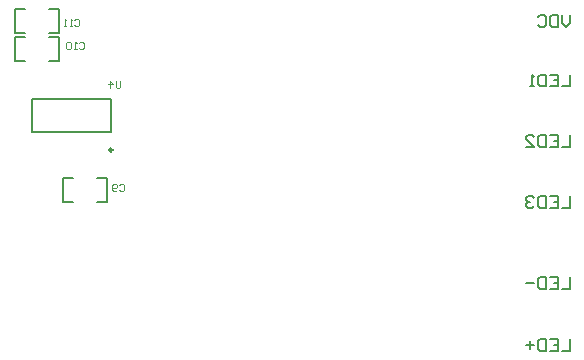
<source format=gbo>
G04 Layer_Color=32896*
%FSLAX44Y44*%
%MOMM*%
G71*
G01*
G75*
%ADD43C,0.1000*%
%ADD44C,0.2000*%
%ADD45C,0.1270*%
%ADD46C,0.1778*%
%ADD77C,0.2500*%
D43*
X536513Y-41484D02*
X537513Y-40484D01*
X539512D01*
X540512Y-41484D01*
Y-45482D01*
X539512Y-46482D01*
X537513D01*
X536513Y-45482D01*
X534514Y-46482D02*
X532515D01*
X533514D01*
Y-40484D01*
X534514Y-41484D01*
X529516Y-46482D02*
X527516D01*
X528516D01*
Y-40484D01*
X529516Y-41484D01*
X574613Y-181438D02*
X575613Y-180438D01*
X577612D01*
X578612Y-181438D01*
Y-185436D01*
X577612Y-186436D01*
X575613D01*
X574613Y-185436D01*
X572614D02*
X571614Y-186436D01*
X569615D01*
X568615Y-185436D01*
Y-181438D01*
X569615Y-180438D01*
X571614D01*
X572614Y-181438D01*
Y-182437D01*
X571614Y-183437D01*
X568615D01*
X540323Y-60788D02*
X541323Y-59788D01*
X543322D01*
X544322Y-60788D01*
Y-64786D01*
X543322Y-65786D01*
X541323D01*
X540323Y-64786D01*
X538324Y-65786D02*
X536325D01*
X537324D01*
Y-59788D01*
X538324Y-60788D01*
X533326D02*
X532326Y-59788D01*
X530326D01*
X529327Y-60788D01*
Y-64786D01*
X530326Y-65786D01*
X532326D01*
X533326Y-64786D01*
Y-60788D01*
X575310Y-92764D02*
Y-97762D01*
X574310Y-98762D01*
X572311D01*
X571311Y-97762D01*
Y-92764D01*
X566313Y-98762D02*
Y-92764D01*
X569312Y-95763D01*
X565313D01*
D44*
X500408Y-136384D02*
X567408D01*
X500408Y-108384D02*
X567408D01*
Y-136384D02*
Y-108384D01*
X500408Y-136384D02*
Y-108384D01*
D45*
X955802Y-259243D02*
Y-269240D01*
X949137D01*
X939141Y-259243D02*
X945805D01*
Y-269240D01*
X939141D01*
X945805Y-264242D02*
X942473D01*
X935808Y-259243D02*
Y-269240D01*
X930810D01*
X929144Y-267574D01*
Y-260909D01*
X930810Y-259243D01*
X935808D01*
X925812Y-264242D02*
X919147D01*
X955802Y-311313D02*
Y-321310D01*
X949137D01*
X939141Y-311313D02*
X945805D01*
Y-321310D01*
X939141D01*
X945805Y-316312D02*
X942473D01*
X935808Y-311313D02*
Y-321310D01*
X930810D01*
X929144Y-319644D01*
Y-312979D01*
X930810Y-311313D01*
X935808D01*
X925812Y-316312D02*
X919147D01*
X922479Y-312979D02*
Y-319644D01*
X955802Y-190409D02*
Y-200406D01*
X949137D01*
X939141Y-190409D02*
X945805D01*
Y-200406D01*
X939141D01*
X945805Y-195408D02*
X942473D01*
X935808Y-190409D02*
Y-200406D01*
X930810D01*
X929144Y-198740D01*
Y-192075D01*
X930810Y-190409D01*
X935808D01*
X925812Y-192075D02*
X924146Y-190409D01*
X920813D01*
X919147Y-192075D01*
Y-193741D01*
X920813Y-195408D01*
X922479D01*
X920813D01*
X919147Y-197074D01*
Y-198740D01*
X920813Y-200406D01*
X924146D01*
X925812Y-198740D01*
X955802Y-138847D02*
Y-148844D01*
X949137D01*
X939141Y-138847D02*
X945805D01*
Y-148844D01*
X939141D01*
X945805Y-143846D02*
X942473D01*
X935808Y-138847D02*
Y-148844D01*
X930810D01*
X929144Y-147178D01*
Y-140513D01*
X930810Y-138847D01*
X935808D01*
X919147Y-148844D02*
X925812D01*
X919147Y-142179D01*
Y-140513D01*
X920813Y-138847D01*
X924146D01*
X925812Y-140513D01*
X955802Y-87539D02*
Y-97536D01*
X949137D01*
X939141Y-87539D02*
X945805D01*
Y-97536D01*
X939141D01*
X945805Y-92538D02*
X942473D01*
X935808Y-87539D02*
Y-97536D01*
X930810D01*
X929144Y-95870D01*
Y-89205D01*
X930810Y-87539D01*
X935808D01*
X925812Y-97536D02*
X922479D01*
X924146D01*
Y-87539D01*
X925812Y-89205D01*
X955802Y-37501D02*
Y-44166D01*
X952470Y-47498D01*
X949137Y-44166D01*
Y-37501D01*
X945805D02*
Y-47498D01*
X940807D01*
X939141Y-45832D01*
Y-39167D01*
X940807Y-37501D01*
X945805D01*
X929144Y-39167D02*
X930810Y-37501D01*
X934142D01*
X935808Y-39167D01*
Y-45832D01*
X934142Y-47498D01*
X930810D01*
X929144Y-45832D01*
D46*
X486156Y-52578D02*
X494792D01*
X486156D02*
Y-42418D01*
Y-32258D01*
X494792D01*
X515112D02*
X523748D01*
Y-42418D02*
Y-32258D01*
Y-52578D02*
Y-42418D01*
X515112Y-52578D02*
X523748D01*
X526796Y-195072D02*
X535432D01*
X526796D02*
Y-184912D01*
Y-174752D01*
X535432D01*
X555752D02*
X564388D01*
Y-184912D02*
Y-174752D01*
Y-195072D02*
Y-184912D01*
X555752Y-195072D02*
X564388D01*
X486156Y-75946D02*
X494792D01*
X486156D02*
Y-65786D01*
Y-55626D01*
X494792D01*
X515112D02*
X523748D01*
Y-65786D02*
Y-55626D01*
Y-75946D02*
Y-65786D01*
X515112Y-75946D02*
X523748D01*
D77*
X568658Y-151384D02*
G03*
X568658Y-151384I-1250J0D01*
G01*
M02*

</source>
